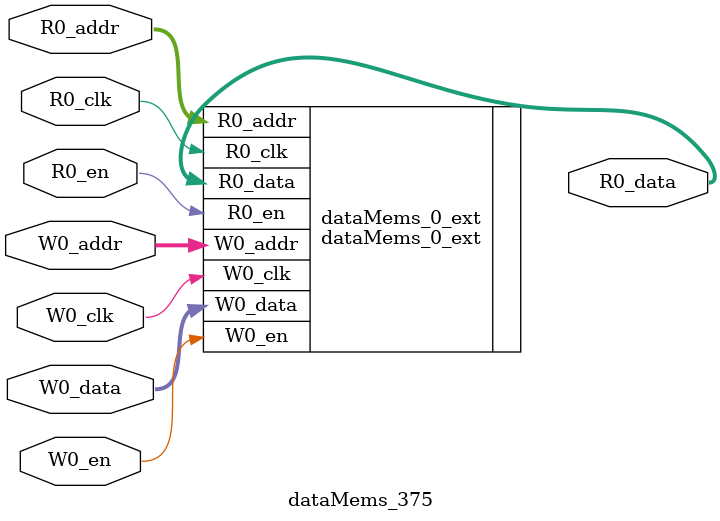
<source format=sv>
`ifndef RANDOMIZE
  `ifdef RANDOMIZE_REG_INIT
    `define RANDOMIZE
  `endif // RANDOMIZE_REG_INIT
`endif // not def RANDOMIZE
`ifndef RANDOMIZE
  `ifdef RANDOMIZE_MEM_INIT
    `define RANDOMIZE
  `endif // RANDOMIZE_MEM_INIT
`endif // not def RANDOMIZE

`ifndef RANDOM
  `define RANDOM $random
`endif // not def RANDOM

// Users can define 'PRINTF_COND' to add an extra gate to prints.
`ifndef PRINTF_COND_
  `ifdef PRINTF_COND
    `define PRINTF_COND_ (`PRINTF_COND)
  `else  // PRINTF_COND
    `define PRINTF_COND_ 1
  `endif // PRINTF_COND
`endif // not def PRINTF_COND_

// Users can define 'ASSERT_VERBOSE_COND' to add an extra gate to assert error printing.
`ifndef ASSERT_VERBOSE_COND_
  `ifdef ASSERT_VERBOSE_COND
    `define ASSERT_VERBOSE_COND_ (`ASSERT_VERBOSE_COND)
  `else  // ASSERT_VERBOSE_COND
    `define ASSERT_VERBOSE_COND_ 1
  `endif // ASSERT_VERBOSE_COND
`endif // not def ASSERT_VERBOSE_COND_

// Users can define 'STOP_COND' to add an extra gate to stop conditions.
`ifndef STOP_COND_
  `ifdef STOP_COND
    `define STOP_COND_ (`STOP_COND)
  `else  // STOP_COND
    `define STOP_COND_ 1
  `endif // STOP_COND
`endif // not def STOP_COND_

// Users can define INIT_RANDOM as general code that gets injected into the
// initializer block for modules with registers.
`ifndef INIT_RANDOM
  `define INIT_RANDOM
`endif // not def INIT_RANDOM

// If using random initialization, you can also define RANDOMIZE_DELAY to
// customize the delay used, otherwise 0.002 is used.
`ifndef RANDOMIZE_DELAY
  `define RANDOMIZE_DELAY 0.002
`endif // not def RANDOMIZE_DELAY

// Define INIT_RANDOM_PROLOG_ for use in our modules below.
`ifndef INIT_RANDOM_PROLOG_
  `ifdef RANDOMIZE
    `ifdef VERILATOR
      `define INIT_RANDOM_PROLOG_ `INIT_RANDOM
    `else  // VERILATOR
      `define INIT_RANDOM_PROLOG_ `INIT_RANDOM #`RANDOMIZE_DELAY begin end
    `endif // VERILATOR
  `else  // RANDOMIZE
    `define INIT_RANDOM_PROLOG_
  `endif // RANDOMIZE
`endif // not def INIT_RANDOM_PROLOG_

// Include register initializers in init blocks unless synthesis is set
`ifndef SYNTHESIS
  `ifndef ENABLE_INITIAL_REG_
    `define ENABLE_INITIAL_REG_
  `endif // not def ENABLE_INITIAL_REG_
`endif // not def SYNTHESIS

// Include rmemory initializers in init blocks unless synthesis is set
`ifndef SYNTHESIS
  `ifndef ENABLE_INITIAL_MEM_
    `define ENABLE_INITIAL_MEM_
  `endif // not def ENABLE_INITIAL_MEM_
`endif // not def SYNTHESIS

module dataMems_375(	// @[generators/ara/src/main/scala/UnsafeAXI4ToTL.scala:365:62]
  input  [4:0]  R0_addr,
  input         R0_en,
  input         R0_clk,
  output [66:0] R0_data,
  input  [4:0]  W0_addr,
  input         W0_en,
  input         W0_clk,
  input  [66:0] W0_data
);

  dataMems_0_ext dataMems_0_ext (	// @[generators/ara/src/main/scala/UnsafeAXI4ToTL.scala:365:62]
    .R0_addr (R0_addr),
    .R0_en   (R0_en),
    .R0_clk  (R0_clk),
    .R0_data (R0_data),
    .W0_addr (W0_addr),
    .W0_en   (W0_en),
    .W0_clk  (W0_clk),
    .W0_data (W0_data)
  );
endmodule


</source>
